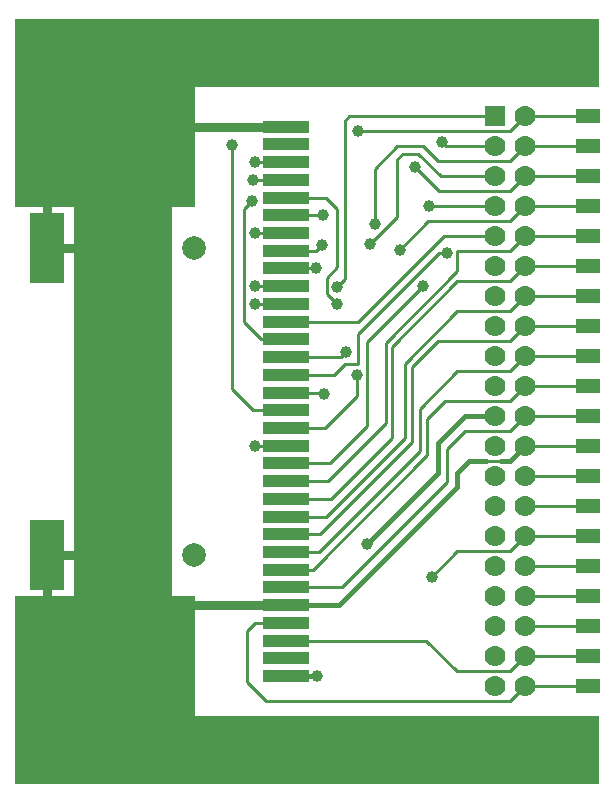
<source format=gtl>
G04 Layer_Physical_Order=1*
G04 Layer_Color=255*
%FSLAX25Y25*%
%MOIN*%
G70*
G01*
G75*
%ADD10R,0.07874X0.05000*%
%ADD11R,0.15748X0.03937*%
%ADD12R,0.11811X0.23622*%
%ADD13C,0.01000*%
%ADD14C,0.03000*%
%ADD15C,0.01500*%
%ADD16R,0.60000X0.62500*%
%ADD17R,0.32500X1.32000*%
%ADD18R,1.35000X0.22500*%
%ADD19R,0.07000X0.07000*%
%ADD20C,0.07000*%
%ADD21C,0.17500*%
%ADD22C,0.07874*%
%ADD23C,0.03900*%
D10*
X303500Y335000D02*
D03*
Y325000D02*
D03*
Y315000D02*
D03*
Y305000D02*
D03*
Y295000D02*
D03*
Y285000D02*
D03*
Y275000D02*
D03*
Y265000D02*
D03*
Y255000D02*
D03*
Y245000D02*
D03*
Y235000D02*
D03*
Y225000D02*
D03*
Y215000D02*
D03*
Y205000D02*
D03*
Y195000D02*
D03*
Y185000D02*
D03*
Y175000D02*
D03*
Y165000D02*
D03*
Y155000D02*
D03*
Y145000D02*
D03*
D11*
X202854Y331535D02*
D03*
Y325630D02*
D03*
Y319724D02*
D03*
Y313819D02*
D03*
Y307913D02*
D03*
Y302008D02*
D03*
Y296102D02*
D03*
Y290197D02*
D03*
Y284291D02*
D03*
Y278386D02*
D03*
Y272480D02*
D03*
Y266575D02*
D03*
Y260669D02*
D03*
Y254764D02*
D03*
Y248858D02*
D03*
Y242953D02*
D03*
Y237047D02*
D03*
Y231142D02*
D03*
Y225236D02*
D03*
Y219331D02*
D03*
Y213425D02*
D03*
Y207520D02*
D03*
Y201614D02*
D03*
Y195709D02*
D03*
Y189803D02*
D03*
Y183898D02*
D03*
Y177992D02*
D03*
Y172087D02*
D03*
Y166181D02*
D03*
Y160276D02*
D03*
Y154370D02*
D03*
Y148465D02*
D03*
D12*
X123327Y188819D02*
D03*
Y291181D02*
D03*
D13*
X196400Y140000D02*
X277500D01*
X222473Y252473D02*
X226900D01*
X218858Y248858D02*
X222473Y252473D01*
X202854Y248858D02*
X218858D01*
X192520Y272480D02*
X202854D01*
X192500Y272500D02*
X192520Y272480D01*
X185000Y244000D02*
Y325500D01*
Y244000D02*
X191953Y237047D01*
X269500Y220000D02*
X274500D01*
X256500Y224000D02*
X262500Y230000D01*
X256500Y213000D02*
Y224000D01*
X221492Y177992D02*
X256500Y213000D01*
X202854Y177992D02*
X221492D01*
X262500Y230000D02*
X277500D01*
X256000Y240000D02*
X277500D01*
X250000Y234000D02*
X256000Y240000D01*
X250000Y222000D02*
Y234000D01*
X211898Y183898D02*
X250000Y222000D01*
X202854Y183898D02*
X211898D01*
X247500Y223500D02*
Y237500D01*
X213803Y189803D02*
X247500Y223500D01*
X202854Y189803D02*
X213803D01*
X247500Y237500D02*
X260000Y250000D01*
X253500Y260000D02*
X277500D01*
X245000Y251500D02*
X253500Y260000D01*
X245000Y226442D02*
Y251500D01*
X214266Y195709D02*
X245000Y226442D01*
X242500Y252500D02*
X260000Y270000D01*
X242500Y227736D02*
Y252500D01*
X216379Y201614D02*
X242500Y227736D01*
X282500Y145000D02*
X303500D01*
X282500Y155000D02*
X303500D01*
X282500Y165000D02*
X303500D01*
X282500Y175000D02*
X303500D01*
X282500Y185000D02*
X303500D01*
X282500Y195000D02*
X303500D01*
X282500Y205000D02*
X303500D01*
X282500Y215000D02*
X303500D01*
X282500Y225000D02*
X303500D01*
X282500Y235000D02*
X303500D01*
X282500Y245000D02*
X303500D01*
X282500Y255000D02*
X303500D01*
X282500Y265000D02*
X303500D01*
X282500Y275000D02*
X303500D01*
X282500Y285000D02*
X303500D01*
X282500Y295000D02*
X303500D01*
X282500Y305000D02*
X303500D01*
X282500Y315000D02*
X303500D01*
X282500Y325000D02*
X303500D01*
X282500Y335000D02*
X303500D01*
X226900Y252473D02*
Y262484D01*
X227075Y266575D02*
X255500Y295000D01*
X202854Y266575D02*
X227075D01*
X216237Y307913D02*
X220000Y304150D01*
Y284700D02*
Y304150D01*
X216500Y281200D02*
X220000Y284700D01*
X222500Y333500D02*
X224000Y335000D01*
X222500Y280700D02*
Y333500D01*
X220000Y278200D02*
X222500Y280700D01*
X248744Y325000D02*
X253744Y320000D01*
X240000Y325000D02*
X248744D01*
X232500Y317500D02*
X240000Y325000D01*
X246956Y322500D02*
X254456Y315000D01*
X241800Y322500D02*
X246956D01*
X240000Y320700D02*
X241800Y322500D01*
X192681Y166181D02*
X202854D01*
X190000Y163500D02*
X192681Y166181D01*
X190000Y146400D02*
Y163500D01*
Y146400D02*
X196400Y140000D01*
X202854Y195709D02*
X214266D01*
X202854Y219331D02*
X217600D01*
X229950Y231681D01*
Y259850D01*
X248700Y278600D01*
X240800Y290600D02*
X250200Y300000D01*
X277500D01*
X192500Y225236D02*
X202854D01*
X246000Y318000D02*
X254000Y310000D01*
X202854Y231142D02*
X216000D01*
X226500Y241642D01*
Y248900D01*
X232500Y299100D02*
Y317500D01*
X253744Y320000D02*
X277500D01*
X191953Y237047D02*
X202854D01*
X227000Y330000D02*
X277500D01*
X226900Y262484D02*
X254016Y289600D01*
X256500D01*
X254800Y326400D02*
X256200Y325000D01*
X272500D01*
X202854Y254764D02*
X221200D01*
X223036Y256600D01*
X231000Y292315D02*
X240000Y301315D01*
Y320700D01*
X192500Y278386D02*
X202854D01*
Y290197D02*
X212897D01*
X214900Y292200D01*
X202854Y307913D02*
X216237D01*
X216500Y275800D02*
Y281200D01*
Y275800D02*
X219900Y272400D01*
X191999Y313819D02*
X202854D01*
Y284291D02*
X213100D01*
X224000Y335000D02*
X272500D01*
X215020Y242953D02*
X215586Y242386D01*
X202854Y242953D02*
X215020D01*
X202854Y302008D02*
X215200D01*
X194731Y260669D02*
X202854D01*
X189050Y266350D02*
X194731Y260669D01*
X189050Y266350D02*
Y304250D01*
X191700Y306900D01*
X251600Y181600D02*
X260000Y190000D01*
X192524Y319724D02*
X202854D01*
Y213425D02*
X216925D01*
X236124Y232624D01*
Y259538D01*
X260000Y283414D01*
Y290000D01*
X202854Y201614D02*
X216379D01*
X192500Y296100D02*
X192502Y296102D01*
X202854D01*
Y207520D02*
X217920D01*
X238168Y227768D01*
Y258168D01*
X260000Y280000D01*
X249724Y160276D02*
X260000Y150000D01*
X202854Y160276D02*
X249724D01*
X277500Y330000D02*
X282500Y335000D01*
X277500Y320000D02*
X282500Y325000D01*
X277500Y310000D02*
X282500Y315000D01*
X254000Y310000D02*
X277500D01*
Y300000D02*
X282500Y305000D01*
X260000Y290000D02*
X277500D01*
X282500Y295000D01*
X260000Y280000D02*
X277500D01*
X282500Y285000D01*
X260000Y270000D02*
X277500D01*
X282500Y275000D01*
X277500Y260000D02*
X282500Y265000D01*
X260000Y250000D02*
X277500D01*
X282500Y255000D01*
X277500Y240000D02*
X282500Y245000D01*
X277500Y230000D02*
X282500Y235000D01*
X260000Y190000D02*
X277500D01*
X282500Y195000D01*
X260000Y150000D02*
X277500D01*
X282500Y155000D01*
X277500Y140000D02*
X282500Y145000D01*
X254456Y315000D02*
X272500D01*
X250600Y305000D02*
X272500D01*
X255500Y295000D02*
X272500D01*
D14*
X123327Y188819D02*
X134319D01*
X123327Y291181D02*
X134819D01*
X123327D02*
Y305327D01*
Y171673D02*
Y188819D01*
X169500Y331535D02*
X202854D01*
X171087Y172087D02*
X202854D01*
D15*
X260000Y211355D02*
Y216000D01*
X264000Y220000D01*
X269500D01*
X277500D02*
X282500Y225000D01*
X274500Y220000D02*
X277500D01*
X253500Y216000D02*
Y226000D01*
X230000Y192500D02*
X253500Y216000D01*
X262500Y235000D02*
X272500D01*
X253500Y226000D02*
X262500Y235000D01*
X202854Y331535D02*
X202900D01*
X202854Y148465D02*
X213178D01*
X220731Y172087D02*
X260000Y211355D01*
X202854Y172087D02*
X220731D01*
D16*
X142500Y143750D02*
D03*
Y336250D02*
D03*
D17*
X148750Y239000D02*
D03*
D18*
X240000Y356250D02*
D03*
Y123750D02*
D03*
D19*
X272500Y335000D02*
D03*
D20*
X282500D02*
D03*
X272500Y325000D02*
D03*
X282500D02*
D03*
X272500Y315000D02*
D03*
X282500D02*
D03*
X272500Y305000D02*
D03*
X282500D02*
D03*
X272500Y295000D02*
D03*
X282500D02*
D03*
X272500Y285000D02*
D03*
X282500D02*
D03*
X272500Y275000D02*
D03*
X282500D02*
D03*
X272500Y265000D02*
D03*
X282500D02*
D03*
X272500Y255000D02*
D03*
X282500D02*
D03*
X272500Y245000D02*
D03*
X282500D02*
D03*
X272500Y235000D02*
D03*
X282500D02*
D03*
X272500Y225000D02*
D03*
X282500D02*
D03*
X272500Y215000D02*
D03*
X282500D02*
D03*
X272500Y205000D02*
D03*
X282500D02*
D03*
X272500Y195000D02*
D03*
X282500D02*
D03*
X272500Y185000D02*
D03*
X282500D02*
D03*
X272500Y175000D02*
D03*
X282500D02*
D03*
X272500Y165000D02*
D03*
X282500D02*
D03*
X272500Y155000D02*
D03*
X282500D02*
D03*
X272500Y145000D02*
D03*
X282500D02*
D03*
D21*
X230000Y126000D02*
D03*
Y356000D02*
D03*
D22*
X172343Y188819D02*
D03*
Y291181D02*
D03*
D23*
X147500Y157000D02*
D03*
X137500Y136500D02*
D03*
X145000Y117500D02*
D03*
X117500Y167500D02*
D03*
X167500D02*
D03*
X117500Y312500D02*
D03*
X167500D02*
D03*
X206000Y130000D02*
D03*
Y117500D02*
D03*
X252000D02*
D03*
Y130000D02*
D03*
X277500D02*
D03*
Y117500D02*
D03*
X147500Y322500D02*
D03*
X137500Y343500D02*
D03*
Y259000D02*
D03*
Y237000D02*
D03*
Y219000D02*
D03*
X157500Y237000D02*
D03*
Y219000D02*
D03*
Y200500D02*
D03*
X137500D02*
D03*
X157500Y259000D02*
D03*
X137500Y280000D02*
D03*
X145000Y362500D02*
D03*
X117500Y337500D02*
D03*
X174000Y362500D02*
D03*
Y350000D02*
D03*
X206000Y362500D02*
D03*
Y350000D02*
D03*
X252000Y362500D02*
D03*
Y350000D02*
D03*
X277500Y362500D02*
D03*
Y350000D02*
D03*
X157500Y305000D02*
D03*
X302500Y350000D02*
D03*
Y362500D02*
D03*
X137500Y305000D02*
D03*
X167500Y337500D02*
D03*
X157500Y280000D02*
D03*
X137500Y175000D02*
D03*
X157500D02*
D03*
X167500Y142500D02*
D03*
X302500Y117500D02*
D03*
Y130000D02*
D03*
X167500D02*
D03*
Y117500D02*
D03*
X117500D02*
D03*
Y142500D02*
D03*
Y362500D02*
D03*
X192500Y272500D02*
D03*
X230000Y192500D02*
D03*
X185000Y325500D02*
D03*
X248700Y278600D02*
D03*
X240800Y290600D02*
D03*
X192500Y225236D02*
D03*
X246000Y318000D02*
D03*
X226500Y248900D02*
D03*
X232500Y299100D02*
D03*
X227000Y330000D02*
D03*
X256500Y289600D02*
D03*
X254800Y326400D02*
D03*
X223036Y256600D02*
D03*
X231000Y292315D02*
D03*
X192500Y278386D02*
D03*
X214900Y292200D02*
D03*
X219900Y272400D02*
D03*
X191999Y313819D02*
D03*
X213178Y148465D02*
D03*
X213100Y284291D02*
D03*
X220000Y278200D02*
D03*
X215586Y242386D02*
D03*
X215200Y302008D02*
D03*
X191700Y306900D02*
D03*
X250600Y305000D02*
D03*
X251600Y181600D02*
D03*
X192524Y319724D02*
D03*
X192500Y296100D02*
D03*
M02*

</source>
